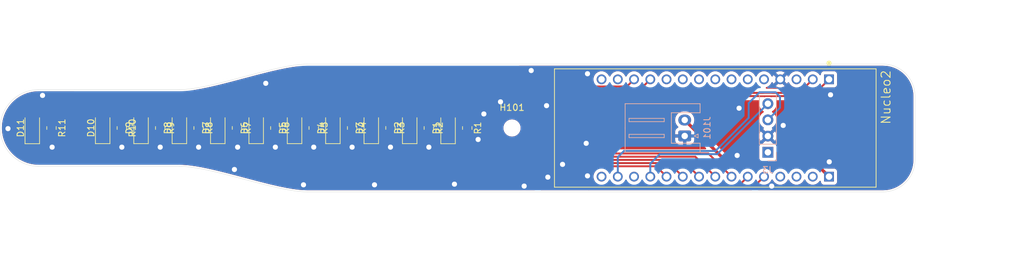
<source format=kicad_pcb>
(kicad_pcb (version 20241229) (generator "pcbnew") (generator_version "9.0")
  (layers (0 "F.Cu" signal) (2 "B.Cu" signal) (13 "F.Paste" user) (15 "B.Paste" user) (5 "F.SilkS" user "F.Silkscreen") (7 "B.SilkS" user "B.Silkscreen") (1 "F.Mask" user) (3 "B.Mask" user) (25 "Edge.Cuts" user))
  (net 0 "")
  (net 1 "Net-(D1-A)")
  (net 2 "GND")
  (net 3 "Net-(D2-A)")
  (net 4 "Net-(D3-A)")
  (net 5 "Net-(D4-A)")
  (net 6 "Net-(D5-A)")
  (net 7 "Net-(D6-A)")
  (net 8 "Net-(D7-A)")
  (net 9 "Net-(D8-A)")
  (net 10 "Net-(D9-A)")
  (net 11 "Net-(D10-A)")
  (net 12 "Net-(D11-A)")
  (net 13 "LED 1")
  (net 14 "LED 2")
  (net 15 "LED 3")
  (net 16 "LED 4")
  (net 17 "LED 5")
  (net 18 "LED 6")
  (net 19 "LED 7")
  (net 20 "LED 8")
  (net 21 "LED 9")
  (net 22 "LED 10")
  (net 23 "LED 11")
  (net 25 "DO")
  (net 26 "Alim Hall")
  (net 41 "+7.5V")
  (footprint "LED_SMD:LED_1206_3216Metric_Pad1.42x1.75mm_HandSolder" (layer "F.Cu") (at 114 69.9875 90)
    (property "Reference" "D2" (at 0 -1.83 90) (layer "F.SilkS"))
    (property "Value" "LED")
    (fp_line (start 1.6 -1.135) (end -2.46 -1.135) (stroke (width 0.12)) (layer "F.SilkS"))
    (fp_line (start -2.46 -1.135) (end -2.46 1.135) (stroke (width 0.12)) (layer "F.SilkS"))
    (fp_line (start -2.46 1.135) (end 1.6 1.135) (stroke (width 0.12)) (layer "F.SilkS"))
    (pad "1" smd roundrect (at -1.4875 0 90) (size 1.425 1.75) (layers "F.Cu" "F.Mask" "F.Paste") (roundrect_rratio 0.175439) (net 2 "GND"))
    (pad "2" smd roundrect (at 1.4875 0 90) (size 1.425 1.75) (layers "F.Cu" "F.Mask" "F.Paste") (roundrect_rratio 0.175439) (net 3 "Net-(D2-A)"))
  )
  (footprint "LED_SMD:LED_1206_3216Metric_Pad1.42x1.75mm_HandSolder" (layer "F.Cu") (at 102 69.9875 90)
    (property "Reference" "D4" (at 0 -1.83 90) (layer "F.SilkS"))
    (property "Value" "LED")
    (fp_line (start 1.6 -1.135) (end -2.46 -1.135) (stroke (width 0.12)) (layer "F.SilkS"))
    (fp_line (start -2.46 -1.135) (end -2.46 1.135) (stroke (width 0.12)) (layer "F.SilkS"))
    (fp_line (start -2.46 1.135) (end 1.6 1.135) (stroke (width 0.12)) (layer "F.SilkS"))
    (pad "1" smd roundrect (at -1.4875 0 90) (size 1.425 1.75) (layers "F.Cu" "F.Mask" "F.Paste") (roundrect_rratio 0.175439) (net 2 "GND"))
    (pad "2" smd roundrect (at 1.4875 0 90) (size 1.425 1.75) (layers "F.Cu" "F.Mask" "F.Paste") (roundrect_rratio 0.175439) (net 5 "Net-(D4-A)"))
  )
  (footprint "LED_SMD:LED_1206_3216Metric_Pad1.42x1.75mm_HandSolder" (layer "F.Cu") (at 66 69.9875 90)
    (property "Reference" "D10" (at 0 -1.83 90) (layer "F.SilkS"))
    (property "Value" "LED")
    (fp_line (start 1.6 -1.135) (end -2.46 -1.135) (stroke (width 0.12)) (layer "F.SilkS"))
    (fp_line (start -2.46 -1.135) (end -2.46 1.135) (stroke (width 0.12)) (layer "F.SilkS"))
    (fp_line (start -2.46 1.135) (end 1.6 1.135) (stroke (width 0.12)) (layer "F.SilkS"))
    (pad "1" smd roundrect (at -1.4875 0 90) (size 1.425 1.75) (layers "F.Cu" "F.Mask" "F.Paste") (roundrect_rratio 0.175439) (net 2 "GND"))
    (pad "2" smd roundrect (at 1.4875 0 90) (size 1.425 1.75) (layers "F.Cu" "F.Mask" "F.Paste") (roundrect_rratio 0.175439) (net 11 "Net-(D10-A)"))
  )
  (footprint "LED_SMD:LED_1206_3216Metric_Pad1.42x1.75mm_HandSolder" (layer "F.Cu") (at 84 69.9875 90)
    (property "Reference" "D7" (at 0 -1.83 90) (layer "F.SilkS"))
    (property "Value" "LED")
    (fp_line (start 1.6 -1.135) (end -2.46 -1.135) (stroke (width 0.12)) (layer "F.SilkS"))
    (fp_line (start -2.46 -1.135) (end -2.46 1.135) (stroke (width 0.12)) (layer "F.SilkS"))
    (fp_line (start -2.46 1.135) (end 1.6 1.135) (stroke (width 0.12)) (layer "F.SilkS"))
    (pad "1" smd roundrect (at -1.4875 0 90) (size 1.425 1.75) (layers "F.Cu" "F.Mask" "F.Paste") (roundrect_rratio 0.175439) (net 2 "GND"))
    (pad "2" smd roundrect (at 1.4875 0 90) (size 1.425 1.75) (layers "F.Cu" "F.Mask" "F.Paste") (roundrect_rratio 0.175439) (net 8 "Net-(D7-A)"))
  )
  (footprint "LED_SMD:LED_1206_3216Metric_Pad1.42x1.75mm_HandSolder" (layer "F.Cu") (at 78 69.9875 90)
    (property "Reference" "D8" (at 0 -1.83 90) (layer "F.SilkS"))
    (property "Value" "LED")
    (fp_line (start 1.6 -1.135) (end -2.46 -1.135) (stroke (width 0.12)) (layer "F.SilkS"))
    (fp_line (start -2.46 -1.135) (end -2.46 1.135) (stroke (width 0.12)) (layer "F.SilkS"))
    (fp_line (start -2.46 1.135) (end 1.6 1.135) (stroke (width 0.12)) (layer "F.SilkS"))
    (pad "1" smd roundrect (at -1.4875 0 90) (size 1.425 1.75) (layers "F.Cu" "F.Mask" "F.Paste") (roundrect_rratio 0.175439) (net 2 "GND"))
    (pad "2" smd roundrect (at 1.4875 0 90) (size 1.425 1.75) (layers "F.Cu" "F.Mask" "F.Paste") (roundrect_rratio 0.175439) (net 9 "Net-(D8-A)"))
  )
  (footprint "LED_SMD:LED_1206_3216Metric_Pad1.42x1.75mm_HandSolder" (layer "F.Cu") (at 120 70 90)
    (property "Reference" "D1" (at 0 -1.83 90) (layer "F.SilkS"))
    (property "Value" "LED")
    (fp_line (start 1.6 -1.135) (end -2.46 -1.135) (stroke (width 0.12)) (layer "F.SilkS"))
    (fp_line (start -2.46 -1.135) (end -2.46 1.135) (stroke (width 0.12)) (layer "F.SilkS"))
    (fp_line (start -2.46 1.135) (end 1.6 1.135) (stroke (width 0.12)) (layer "F.SilkS"))
    (pad "1" smd roundrect (at -1.4875 0 90) (size 1.425 1.75) (layers "F.Cu" "F.Mask" "F.Paste") (roundrect_rratio 0.175439) (net 2 "GND"))
    (pad "2" smd roundrect (at 1.4875 0 90) (size 1.425 1.75) (layers "F.Cu" "F.Mask" "F.Paste") (roundrect_rratio 0.175439) (net 1 "Net-(D1-A)"))
  )
  (footprint "Resistor_SMD:R_0805_2012Metric_Pad1.20x1.40mm_HandSolder" (layer "F.Cu") (at 69 70 -90)
    (property "Reference" "R10" (at 0 -1.65 90) (layer "F.SilkS"))
    (property "Value" "220")
    (fp_line (start -0.227064 0.735) (end 0.227064 0.735) (stroke (width 0.12)) (layer "F.SilkS"))
    (fp_line (start -0.227064 -0.735) (end 0.227064 -0.735) (stroke (width 0.12)) (layer "F.SilkS"))
    (pad "1" smd roundrect (at -1 0 270) (size 1.2 1.4) (layers "F.Cu" "F.Mask" "F.Paste") (roundrect_rratio 0.208333) (net 22 "LED 10"))
    (pad "2" smd roundrect (at 1 0 270) (size 1.2 1.4) (layers "F.Cu" "F.Mask" "F.Paste") (roundrect_rratio 0.208333) (net 11 "Net-(D10-A)"))
  )
  (footprint "LED_SMD:LED_1206_3216Metric_Pad1.42x1.75mm_HandSolder" (layer "F.Cu") (at 108 69.9875 90)
    (property "Reference" "D3" (at 0 -1.83 90) (layer "F.SilkS"))
    (property "Value" "LED")
    (fp_line (start 1.6 -1.135) (end -2.46 -1.135) (stroke (width 0.12)) (layer "F.SilkS"))
    (fp_line (start -2.46 -1.135) (end -2.46 1.135) (stroke (width 0.12)) (layer "F.SilkS"))
    (fp_line (start -2.46 1.135) (end 1.6 1.135) (stroke (width 0.12)) (layer "F.SilkS"))
    (pad "1" smd roundrect (at -1.4875 0 90) (size 1.425 1.75) (layers "F.Cu" "F.Mask" "F.Paste") (roundrect_rratio 0.175439) (net 2 "GND"))
    (pad "2" smd roundrect (at 1.4875 0 90) (size 1.425 1.75) (layers "F.Cu" "F.Mask" "F.Paste") (roundrect_rratio 0.175439) (net 4 "Net-(D3-A)"))
  )
  (footprint "Resistor_SMD:R_0805_2012Metric_Pad1.20x1.40mm_HandSolder" (layer "F.Cu") (at 99 70 -90)
    (property "Reference" "R5" (at 0 -1.65 90) (layer "F.SilkS"))
    (property "Value" "220")
    (fp_line (start -0.227064 0.735) (end 0.227064 0.735) (stroke (width 0.12)) (layer "F.SilkS"))
    (fp_line (start -0.227064 -0.735) (end 0.227064 -0.735) (stroke (width 0.12)) (layer "F.SilkS"))
    (pad "1" smd roundrect (at -1 0 270) (size 1.2 1.4) (layers "F.Cu" "F.Mask" "F.Paste") (roundrect_rratio 0.208333) (net 17 "LED 5"))
    (pad "2" smd roundrect (at 1 0 270) (size 1.2 1.4) (layers "F.Cu" "F.Mask" "F.Paste") (roundrect_rratio 0.208333) (net 6 "Net-(D5-A)"))
  )
  (footprint "Resistor_SMD:R_0805_2012Metric_Pad1.20x1.40mm_HandSolder" (layer "F.Cu") (at 93 70 -90)
    (property "Reference" "R6" (at 0 -1.65 90) (layer "F.SilkS"))
    (property "Value" "220")
    (fp_line (start -0.227064 0.735) (end 0.227064 0.735) (stroke (width 0.12)) (layer "F.SilkS"))
    (fp_line (start -0.227064 -0.735) (end 0.227064 -0.735) (stroke (width 0.12)) (layer "F.SilkS"))
    (pad "1" smd roundrect (at -1 0 270) (size 1.2 1.4) (layers "F.Cu" "F.Mask" "F.Paste") (roundrect_rratio 0.208333) (net 18 "LED 6"))
    (pad "2" smd roundrect (at 1 0 270) (size 1.2 1.4) (layers "F.Cu" "F.Mask" "F.Paste") (roundrect_rratio 0.208333) (net 7 "Net-(D6-A)"))
  )
  (footprint "Resistor_SMD:R_0805_2012Metric_Pad1.20x1.40mm_HandSolder" (layer "F.Cu") (at 123 70 -90)
    (property "Reference" "R1" (at 0 -1.65 90) (layer "F.SilkS"))
    (property "Value" "220")
    (fp_line (start -0.227064 0.735) (end 0.227064 0.735) (stroke (width 0.12)) (layer "F.SilkS"))
    (fp_line (start -0.227064 -0.735) (end 0.227064 -0.735) (stroke (width 0.12)) (layer "F.SilkS"))
    (pad "1" smd roundrect (at -1 0 270) (size 1.2 1.4) (layers "F.Cu" "F.Mask" "F.Paste") (roundrect_rratio 0.208333) (net 13 "LED 1"))
    (pad "2" smd roundrect (at 1 0 270) (size 1.2 1.4) (layers "F.Cu" "F.Mask" "F.Paste") (roundrect_rratio 0.208333) (net 1 "Net-(D1-A)"))
  )
  (footprint "Resistor_SMD:R_0805_2012Metric_Pad1.20x1.40mm_HandSolder" (layer "F.Cu") (at 58 70 -90)
    (property "Reference" "R11" (at 0 -1.65 90) (layer "F.SilkS"))
    (property "Value" "220")
    (fp_line (start -0.227064 0.735) (end 0.227064 0.735) (stroke (width 0.12)) (layer "F.SilkS"))
    (fp_line (start -0.227064 -0.735) (end 0.227064 -0.735) (stroke (width 0.12)) (layer "F.SilkS"))
    (pad "1" smd roundrect (at -1 0 270) (size 1.2 1.4) (layers "F.Cu" "F.Mask" "F.Paste") (roundrect_rratio 0.208333) (net 23 "LED 11"))
    (pad "2" smd roundrect (at 1 0 270) (size 1.2 1.4) (layers "F.Cu" "F.Mask" "F.Paste") (roundrect_rratio 0.208333) (net 12 "Net-(D11-A)"))
  )
  (footprint "Resistor_SMD:R_0805_2012Metric_Pad1.20x1.40mm_HandSolder" (layer "F.Cu") (at 105 70 -90)
    (property "Reference" "R4" (at 0 -1.65 90) (layer "F.SilkS"))
    (property "Value" "220")
    (fp_line (start -0.227064 0.735) (end 0.227064 0.735) (stroke (width 0.12)) (layer "F.SilkS"))
    (fp_line (start -0.227064 -0.735) (end 0.227064 -0.735) (stroke (width 0.12)) (layer "F.SilkS"))
    (pad "1" smd roundrect (at -1 0 270) (size 1.2 1.4) (layers "F.Cu" "F.Mask" "F.Paste") (roundrect_rratio 0.208333) (net 16 "LED 4"))
    (pad "2" smd roundrect (at 1 0 270) (size 1.2 1.4) (layers "F.Cu" "F.Mask" "F.Paste") (roundrect_rratio 0.208333) (net 5 "Net-(D4-A)"))
  )
  (footprint "Resistor_SMD:R_0805_2012Metric_Pad1.20x1.40mm_HandSolder" (layer "F.Cu") (at 75 70 -90)
    (property "Reference" "R9" (at 0 -1.65 90) (layer "F.SilkS"))
    (property "Value" "220")
    (fp_line (start -0.227064 0.735) (end 0.227064 0.735) (stroke (width 0.12)) (layer "F.SilkS"))
    (fp_line (start -0.227064 -0.735) (end 0.227064 -0.735) (stroke (width 0.12)) (layer "F.SilkS"))
    (pad "1" smd roundrect (at -1 0 270) (size 1.2 1.4) (layers "F.Cu" "F.Mask" "F.Paste") (roundrect_rratio 0.208333) (net 21 "LED 9"))
    (pad "2" smd roundrect (at 1 0 270) (size 1.2 1.4) (layers "F.Cu" "F.Mask" "F.Paste") (roundrect_rratio 0.208333) (net 10 "Net-(D9-A)"))
  )
  (footprint "MountingHole:MountingHole_2.2mm_M2" (layer "F.Cu") (at 130 70)
    (property "Reference" "H101" (at 0 -3.2 0) (layer "F.SilkS"))
    (property "Value" "MountingHole")
    (pad "" np_thru_hole circle (at 0 0) (size 2.2 2.2) (drill 2.2) (layers "*.Cu" "*.Mask"))
  )
  (footprint "Resistor_SMD:R_0805_2012Metric_Pad1.20x1.40mm_HandSolder" (layer "F.Cu") (at 111 69.9875 -90)
    (property "Reference" "R3" (at 0 -1.65 90) (layer "F.SilkS"))
    (property "Value" "220")
    (fp_line (start -0.227064 0.735) (end 0.227064 0.735) (stroke (width 0.12)) (layer "F.SilkS"))
    (fp_line (start -0.227064 -0.735) (end 0.227064 -0.735) (stroke (width 0.12)) (layer "F.SilkS"))
    (pad "1" smd roundrect (at -1 0 270) (size 1.2 1.4) (layers "F.Cu" "F.Mask" "F.Paste") (roundrect_rratio 0.208333) (net 15 "LED 3"))
    (pad "2" smd roundrect (at 1 0 270) (size 1.2 1.4) (layers "F.Cu" "F.Mask" "F.Paste") (roundrect_rratio 0.208333) (net 4 "Net-(D3-A)"))
  )
  (footprint "LED_SMD:LED_1206_3216Metric_Pad1.42x1.75mm_HandSolder" (layer "F.Cu") (at 72 69.9875 90)
    (property "Reference" "D9" (at 0 -1.83 90) (layer "F.SilkS"))
    (property "Value" "LED")
    (fp_line (start 1.6 -1.135) (end -2.46 -1.135) (stroke (width 0.12)) (layer "F.SilkS"))
    (fp_line (start -2.46 -1.135) (end -2.46 1.135) (stroke (width 0.12)) (layer "F.SilkS"))
    (fp_line (start -2.46 1.135) (end 1.6 1.135) (stroke (width 0.12)) (layer "F.SilkS"))
    (pad "1" smd roundrect (at -1.4875 0 90) (size 1.425 1.75) (layers "F.Cu" "F.Mask" "F.Paste") (roundrect_rratio 0.175439) (net 2 "GND"))
    (pad "2" smd roundrect (at 1.4875 0 90) (size 1.425 1.75) (layers "F.Cu" "F.Mask" "F.Paste") (roundrect_rratio 0.175439) (net 10 "Net-(D9-A)"))
  )
  (footprint "LED_SMD:LED_1206_3216Metric_Pad1.42x1.75mm_HandSolder" (layer "F.Cu") (at 55 70 90)
    (property "Reference" "D11" (at 0 -1.83 90) (layer "F.SilkS"))
    (property "Value" "LED")
    (fp_line (start 1.6 -1.135) (end -2.46 -1.135) (stroke (width 0.12)) (layer "F.SilkS"))
    (fp_line (start -2.46 -1.135) (end -2.46 1.135) (stroke (width 0.12)) (layer "F.SilkS"))
    (fp_line (start -2.46 1.135) (end 1.6 1.135) (stroke (width 0.12)) (layer "F.SilkS"))
    (pad "1" smd roundrect (at -1.4875 0 90) (size 1.425 1.75) (layers "F.Cu" "F.Mask" "F.Paste") (roundrect_rratio 0.175439) (net 2 "GND"))
    (pad "2" smd roundrect (at 1.4875 0 90) (size 1.425 1.75) (layers "F.Cu" "F.Mask" "F.Paste") (roundrect_rratio 0.175439) (net 12 "Net-(D11-A)"))
  )
  (footprint "Resistor_SMD:R_0805_2012Metric_Pad1.20x1.40mm_HandSolder" (layer "F.Cu") (at 117 70 -90)
    (property "Reference" "R2" (at 0 -1.65 90) (layer "F.SilkS"))
    (property "Value" "220")
    (fp_line (start -0.227064 0.735) (end 0.227064 0.735) (stroke (width 0.12)) (layer "F.SilkS"))
    (fp_line (start -0.227064 -0.735) (end 0.227064 -0.735) (stroke (width 0.12)) (layer "F.SilkS"))
    (pad "1" smd roundrect (at -1 0 270) (size 1.2 1.4) (layers "F.Cu" "F.Mask" "F.Paste") (roundrect_rratio 0.208333) (net 14 "LED 2"))
    (pad "2" smd roundrect (at 1 0 270) (size 1.2 1.4) (layers "F.Cu" "F.Mask" "F.Paste") (roundrect_rratio 0.208333) (net 3 "Net-(D2-A)"))
  )
  (footprint "LED_SMD:LED_1206_3216Metric_Pad1.42x1.75mm_HandSolder" (layer "F.Cu") (at 90 69.9875 90)
    (property "Reference" "D6" (at 0 -1.83 90) (layer "F.SilkS"))
    (property "Value" "LED")
    (fp_line (start 1.6 -1.135) (end -2.46 -1.135) (stroke (width 0.12)) (layer "F.SilkS"))
    (fp_line (start -2.46 -1.135) (end -2.46 1.135) (stroke (width 0.12)) (layer "F.SilkS"))
    (fp_line (start -2.46 1.135) (end 1.6 1.135) (stroke (width 0.12)) (layer "F.SilkS"))
    (pad "1" smd roundrect (at -1.4875 0 90) (size 1.425 1.75) (layers "F.Cu" "F.Mask" "F.Paste") (roundrect_rratio 0.175439) (net 2 "GND"))
    (pad "2" smd roundrect (at 1.4875 0 90) (size 1.425 1.75) (layers "F.Cu" "F.Mask" "F.Paste") (roundrect_rratio 0.175439) (net 7 "Net-(D6-A)"))
  )
  (footprint "Resistor_SMD:R_0805_2012Metric_Pad1.20x1.40mm_HandSolder" (layer "F.Cu") (at 81 70 -90)
    (property "Reference" "R8" (at 0 -1.65 90) (layer "F.SilkS"))
    (property "Value" "220")
    (fp_line (start -0.227064 0.735) (end 0.227064 0.735) (stroke (width 0.12)) (layer "F.SilkS"))
    (fp_line (start -0.227064 -0.735) (end 0.227064 -0.735) (stroke (width 0.12)) (layer "F.SilkS"))
    (pad "1" smd roundrect (at -1 0 270) (size 1.2 1.4) (layers "F.Cu" "F.Mask" "F.Paste") (roundrect_rratio 0.208333) (net 20 "LED 8"))
    (pad "2" smd roundrect (at 1 0 270) (size 1.2 1.4) (layers "F.Cu" "F.Mask" "F.Paste") (roundrect_rratio 0.208333) (net 9 "Net-(D8-A)"))
  )
  (footprint "LED_SMD:LED_1206_3216Metric_Pad1.42x1.75mm_HandSolder" (layer "F.Cu") (at 96 69.9875 90)
    (property "Reference" "D5" (at 0 -1.83 90) (layer "F.SilkS"))
    (property "Value" "LED")
    (fp_line (start 1.6 -1.135) (end -2.46 -1.135) (stroke (width 0.12)) (layer "F.SilkS"))
    (fp_line (start -2.46 -1.135) (end -2.46 1.135) (stroke (width 0.12)) (layer "F.SilkS"))
    (fp_line (start -2.46 1.135) (end 1.6 1.135) (stroke (width 0.12)) (layer "F.SilkS"))
    (pad "1" smd roundrect (at -1.4875 0 90) (size 1.425 1.75) (layers "F.Cu" "F.Mask" "F.Paste") (roundrect_rratio 0.175439) (net 2 "GND"))
    (pad "2" smd roundrect (at 1.4875 0 90) (size 1.425 1.75) (layers "F.Cu" "F.Mask" "F.Paste") (roundrect_rratio 0.175439) (net 6 "Net-(D5-A)"))
  )
  (footprint "Maker_librairy:MODULE_NUCLEO-F303K8" (layer "F.Cu") (at 161.78 70 -90)
    (property "Reference" "Nucleo2" (at -4.81314 -26.68421 90) (layer "F.SilkS") (effects (font (size 1.402378 1.402378))))
    (property "Value" "~")
    (fp_line (start -9.27 25.145) (end -9.27 -25.145) (stroke (width 0.127)) (layer "F.SilkS"))
    (fp_line (start 9.27 25.145) (end -9.27 25.145) (stroke (width 0.127)) (layer "F.SilkS"))
    (fp_line (start -9.27 -25.145) (end 9.27 -25.145) (stroke (width 0.127)) (layer "F.SilkS"))
    (fp_line (start 9.27 -25.145) (end 9.27 25.145) (stroke (width 0.127)) (layer "F.SilkS"))
    (fp_circle (center -10.16 -17.78) (end -9.96 -17.78) (stroke (width 0.4)) (fill no) (layer "F.SilkS"))
    (pad "3_1" thru_hole rect (at -7.62 -17.78 270) (size 1.53 1.53) (drill 1.02) (layers "*.Cu" "*.Mask") (net 20 "LED 8"))
    (pad "3_2" thru_hole circle (at -7.62 -15.24 270) (size 1.53 1.53) (drill 1.02) (layers "*.Cu" "*.Mask") (net 21 "LED 9"))
    (pad "3_3" thru_hole circle (at -7.62 -12.7 270) (size 1.53 1.53) (drill 1.02) (layers "*.Cu" "*.Mask"))
    (pad "3_4" thru_hole circle (at -7.62 -10.16 270) (size 1.53 1.53) (drill 1.02) (layers "*.Cu" "*.Mask") (net 2 "GND"))
    (pad "3_5" thru_hole circle (at -7.62 -7.62 270) (size 1.53 1.53) (drill 1.02) (layers "*.Cu" "*.Mask"))
    (pad "3_6" thru_hole circle (at -7.62 -5.08 270) (size 1.53 1.53) (drill 1.02) (layers "*.Cu" "*.Mask"))
    (pad "3_7" thru_hole circle (at -7.62 -2.54 270) (size 1.53 1.53) (drill 1.02) (layers "*.Cu" "*.Mask"))
    (pad "3_8" thru_hole circle (at -7.62 0 270) (size 1.53 1.53) (drill 1.02) (layers "*.Cu" "*.Mask"))
    (pad "3_9" thru_hole circle (at -7.62 2.54 270) (size 1.53 1.53) (drill 1.02) (layers "*.Cu" "*.Mask"))
    (pad "3_10" thru_hole circle (at -7.62 5.08 270) (size 1.53 1.53) (drill 1.02) (layers "*.Cu" "*.Mask"))
    (pad "3_11" thru_hole circle (at -7.62 7.62 270) (size 1.53 1.53) (drill 1.02) (layers "*.Cu" "*.Mask"))
    (pad "3_12" thru_hole circle (at -7.62 10.16 270) (size 1.53 1.53) (drill 1.02) (layers "*.Cu" "*.Mask") (net 22 "LED 10"))
    (pad "3_13" thru_hole circle (at -7.62 12.7 270) (size 1.53 1.53) (drill 1.02) (layers "*.Cu" "*.Mask") (net 23 "LED 11"))
    (pad "3_14" thru_hole circle (at -7.62 15.24 270) (size 1.53 1.53) (drill 1.02) (layers "*.Cu" "*.Mask"))
    (pad "3_15" thru_hole circle (at -7.62 17.78 270) (size 1.53 1.53) (drill 1.02) (layers "*.Cu" "*.Mask"))
    (pad "4_1" thru_hole rect (at 7.62 -17.78 270) (size 1.53 1.53) (drill 1.02) (layers "*.Cu" "*.Mask") (net 41 "+7.5V"))
    (pad "4_2" thru_hole circle (at 7.62 -15.24 270) (size 1.53 1.53) (drill 1.02) (layers "*.Cu" "*.Mask"))
    (pad "4_3" thru_hole circle (at 7.62 -12.7 270) (size 1.53 1.53) (drill 1.02) (layers "*.Cu" "*.Mask"))
    (pad "4_4" thru_hole circle (at 7.62 -10.16 270) (size 1.53 1.53) (drill 1.02) (layers "*.Cu" "*.Mask"))
    (pad "4_5" thru_hole circle (at 7.62 -7.62 270) (size 1.53 1.53) (drill 1.02) (layers "*.Cu" "*.Mask") (net 13 "LED 1"))
    (pad "4_6" thru_hole circle (at 7.62 -5.08 270) (size 1.53 1.53) (drill 1.02) (layers "*.Cu" "*.Mask") (net 14 "LED 2"))
    (pad "4_7" thru_hole circle (at 7.62 -2.54 270) (size 1.53 1.53) (drill 1.02) (layers "*.Cu" "*.Mask") (net 19 "LED 7"))
    (pad "4_8" thru_hole circle (at 7.62 0 270) (size 1.53 1.53) (drill 1.02) (layers "*.Cu" "*.Mask") (net 18 "LED 6"))
    (pad "4_9" thru_hole circle (at 7.62 2.54 270) (size 1.53 1.53) (drill 1.02) (layers "*.Cu" "*.Mask") (net 17 "LED 5"))
    (pad "4_10" thru_hole circle (at 7.62 5.08 270) (size 1.53 1.53) (drill 1.02) (layers "*.Cu" "*.Mask") (net 16 "LED 4"))
    (pad "4_11" thru_hole circle (at 7.62 7.62 270) (size 1.53 1.53) (drill 1.02) (layers "*.Cu" "*.Mask") (net 15 "LED 3"))
    (pad "4_12" thru_hole circle (at 7.62 10.16 270) (size 1.53 1.53) (drill 1.02) (layers "*.Cu" "*.Mask") (net 25 "DO"))
    (pad "4_13" thru_hole circle (at 7.62 12.7 270) (size 1.53 1.53) (drill 1.02) (layers "*.Cu" "*.Mask"))
    (pad "4_14" thru_hole circle (at 7.62 15.24 270) (size 1.53 1.53) (drill 1.02) (layers "*.Cu" "*.Mask") (net 26 "Alim Hall"))
    (pad "4_15" thru_hole circle (at 7.62 17.78 270) (size 1.53 1.53) (drill 1.02) (layers "*.Cu" "*.Mask"))
  )
  (footprint "Resistor_SMD:R_0805_2012Metric_Pad1.20x1.40mm_HandSolder" (layer "F.Cu") (at 87 69.9875 -90)
    (property "Reference" "R7" (at 0 -1.65 90) (layer "F.SilkS"))
    (property "Value" "220")
    (fp_line (start -0.227064 0.735) (end 0.227064 0.735) (stroke (width 0.12)) (layer "F.SilkS"))
    (fp_line (start -0.227064 -0.735) (end 0.227064 -0.735) (stroke (width 0.12)) (layer "F.SilkS"))
    (pad "1" smd roundrect (at -1 0 270) (size 1.2 1.4) (layers "F.Cu" "F.Mask" "F.Paste") (roundrect_rratio 0.208333) (net 19 "LED 7"))
    (pad "2" smd roundrect (at 1 0 270) (size 1.2 1.4) (layers "F.Cu" "F.Mask" "F.Paste") (roundrect_rratio 0.208333) (net 8 "Net-(D7-A)"))
  )
  (footprint "Connector_JST:JST_XH_S2B-XH-A_1x02_P2.50mm_Horizontal" (layer "B.Cu") (at 157 71.25 90)
    (property "Reference" "J101" (at 1.25 3.51 90) (layer "B.SilkS") (effects (justify mirror)))
    (property "Value" "Conn_01x02")
    (fp_line (start 5.06 -9.31) (end 5.06 2.41) (stroke (width 0.12)) (layer "B.SilkS"))
    (fp_line (start 1.25 -9.31) (end 5.06 -9.31) (stroke (width 0.12)) (layer "B.SilkS"))
    (fp_line (start 1.25 -9.31) (end -2.56 -9.31) (stroke (width 0.12)) (layer "B.SilkS"))
    (fp_line (start -2.56 -9.31) (end -2.56 2.41) (stroke (width 0.12)) (layer "B.SilkS"))
    (fp_line (start 2.75 -8.7) (end 2.75 -3.2) (stroke (width 0.12)) (layer "B.SilkS"))
    (fp_line (start 2.25 -8.7) (end 2.75 -8.7) (stroke (width 0.12)) (layer "B.SilkS"))
    (fp_line (start 0.25 -8.7) (end 0.25 -3.2) (stroke (width 0.12)) (layer "B.SilkS"))
    (fp_line (start -0.25 -8.7) (end 0.25 -8.7) (stroke (width 0.12)) (layer "B.SilkS"))
    (fp_line (start 2.75 -3.2) (end 2.25 -3.2) (stroke (width 0.12)) (layer "B.SilkS"))
    (fp_line (start 2.25 -3.2) (end 2.25 -8.7) (stroke (width 0.12)) (layer "B.SilkS"))
    (fp_line (start 0.25 -3.2) (end -0.25 -3.2) (stroke (width 0.12)) (layer "B.SilkS"))
    (fp_line (start -0.25 -3.2) (end -0.25 -8.7) (stroke (width 0.12)) (layer "B.SilkS"))
    (fp_line (start 3.64 -2.09) (end 1.25 -2.09) (stroke (width 0.12)) (layer "B.SilkS"))
    (fp_line (start -1.14 -2.09) (end 1.25 -2.09) (stroke (width 0.12)) (layer "B.SilkS"))
    (fp_line (start 0 1.5) (end -0.3 2.1) (stroke (width 0.12)) (layer "B.SilkS"))
    (fp_line (start 0.3 2.1) (end 0 1.5) (stroke (width 0.12)) (layer "B.SilkS"))
    (fp_line (start -0.3 2.1) (end 0.3 2.1) (stroke (width 0.12)) (layer "B.SilkS"))
    (fp_line (start 5.06 2.41) (end 3.64 2.41) (stroke (width 0.12)) (layer "B.SilkS"))
    (fp_line (start 3.64 2.41) (end 3.64 -2.09) (stroke (width 0.12)) (layer "B.SilkS"))
    (fp_line (start -1.14 2.41) (end -1.14 -2.09) (stroke (width 0.12)) (layer "B.SilkS"))
    (fp_line (start -2.56 2.41) (end -1.14 2.41) (stroke (width 0.12)) (layer "B.SilkS"))
    (pad "1" thru_hole roundrect (at 0 0 90) (size 1.7 2) (drill 1) (layers "*.Cu" "*.Mask") (roundrect_rratio 0.147059) (net 2 "GND"))
    (pad "2" thru_hole oval (at 2.5 0 90) (size 1.7 2) (drill 1) (layers "*.Cu" "*.Mask") (net 41 "+7.5V"))
  )
  (footprint "Connector_PinSocket_2.54mm:PinSocket_1x04_P2.54mm_Vertical" (layer "B.Cu") (at 170 73.81)
    (property "Reference" "J3" (at 0 2.77 0) (layer "B.SilkS") (effects (justify mirror)))
    (property "Value" "Conn_01x04_Socket")
    (fp_line (start -1.33 -8.95) (end 1.33 -8.95) (stroke (width 0.12)) (layer "B.SilkS"))
    (fp_line (start -1.33 -1.27) (end -1.33 -8.95) (stroke (width 0.12)) (layer "B.SilkS"))
    (fp_line (start -1.33 -1.27) (end 1.33 -1.27) (stroke (width 0.12)) (layer "B.SilkS"))
    (fp_line (start 0 1.33) (end 1.33 1.33) (stroke (width 0.12)) (layer "B.SilkS"))
    (fp_line (start 1.33 -1.27) (end 1.33 -8.95) (stroke (width 0.12)) (layer "B.SilkS"))
    (fp_line (start 1.33 1.33) (end 1.33 0) (stroke (width 0.12)) (layer "B.SilkS"))
    (pad "1" thru_hole rect (at 0 0) (size 1.7 1.7) (drill 1) (layers "*.Cu" "*.Mask"))
    (pad "2" thru_hole circle (at 0 -2.54) (size 1.7 1.7) (drill 1) (layers "*.Cu" "*.Mask") (net 2 "GND"))
    (pad "3" thru_hole circle (at 0 -5.08) (size 1.7 1.7) (drill 1) (layers "*.Cu" "*.Mask") (net 26 "Alim Hall"))
    (pad "4" thru_hole circle (at 0 -7.62) (size 1.7 1.7) (drill 1) (layers "*.Cu" "*.Mask") (net 25 "DO"))
  )
  (gr_arc (start 56 76) (mid 50 70) (end 56 64) (stroke (width 0.05)) (layer "Edge.Cuts"))
  (gr_arc (start 193 75) (mid 191.535534 78.535534) (end 188 80) (stroke (width 0.05)) (layer "Edge.Cuts"))
  (gr_line (start 188 80) (end 98 80) (stroke (width 0.05)) (layer "Edge.Cuts"))
  (gr_curve (pts (xy 98 80) (xy 93 80) (xy 83 76) (xy 78 76)) (stroke (width 0.05)) (layer "Edge.Cuts"))
  (gr_curve (pts (xy 98 60) (xy 93 60) (xy 83 64) (xy 78 64)) (stroke (width 0.05)) (layer "Edge.Cuts"))
  (gr_line (start 56 64) (end 78 64) (stroke (width 0.05)) (layer "Edge.Cuts"))
  (gr_line (start 188 60.000001) (end 98 60) (stroke (width 0.05)) (layer "Edge.Cuts"))
  (gr_line (start 56 76) (end 78 76) (stroke (width 0.05)) (layer "Edge.Cuts"))
  (gr_arc (start 188 60) (mid 191.535534 61.464466) (end 193 65) (stroke (width 0.05)) (layer "Edge.Cuts"))
  (gr_line (start 193 65) (end 193 75) (stroke (width 0.05)) (layer "Edge.Cuts"))
  (segment (start 123 71) (end 120 68) (width 0.3) (layer "F.Cu") (net 1))
  (via (at 75 73) (size 1.2) (drill 0.8) (layers "F.Cu" "B.Cu") (net 2))
  (via (at 51.2 70.1) (size 1.2) (drill 0.8) (layers "F.Cu" "B.Cu") (net 2))
  (via (at 165.5 66.9) (size 1.2) (drill 0.8) (layers "F.Cu" "B.Cu") (net 2))
  (via (at 93 73) (size 1.2) (drill 0.8) (layers "F.Cu" "B.Cu") (net 2))
  (via (at 141.8 61.5) (size 1.2) (drill 0.8) (layers "F.Cu" "B.Cu") (net 2))
  (via (at 97.4 78.9) (size 1.2) (drill 0.8) (layers "F.Cu" "B.Cu") (net 2))
  (via (at 81 73) (size 1.2) (drill 0.8) (layers "F.Cu" "B.Cu") (net 2))
  (via (at 58.1 73) (size 1.2) (drill 0.8) (layers "F.Cu" "B.Cu") (net 2))
  (via (at 131.9 79.1) (size 1.2) (drill 0.8) (layers "F.Cu" "B.Cu") (net 2))
  (via (at 69 73) (size 1.2) (drill 0.8) (layers "F.Cu" "B.Cu") (net 2))
  (via (at 56.6 64.9) (size 1.2) (drill 0.8) (layers "F.Cu" "B.Cu") (net 2))
  (via (at 135.4 66.5) (size 1.2) (drill 0.8) (layers "F.Cu" "B.Cu") (net 2))
  (via (at 125.6 67.8) (size 1.2) (drill 0.8) (layers "F.Cu" "B.Cu") (net 2))
  (via (at 179.6 75.3) (size 1.2) (drill 0.8) (layers "F.Cu" "B.Cu") (net 2))
  (via (at 179.8 64.8) (size 1.2) (drill 0.8) (layers "F.Cu" "B.Cu") (net 2))
  (via (at 99 73) (size 1.2) (drill 0.8) (layers "F.Cu" "B.Cu") (net 2))
  (via (at 105 73) (size 1.2) (drill 0.8) (layers "F.Cu" "B.Cu") (net 2))
  (via (at 87.1 73) (size 1.2) (drill 0.8) (layers "F.Cu" "B.Cu") (net 2))
  (via (at 137.9 75.7) (size 1.2) (drill 0.8) (layers "F.Cu" "B.Cu") (net 2))
  (via (at 91.5 63) (size 1.2) (drill 0.8) (layers "F.Cu" "B.Cu") (net 2))
  (via (at 135.6 77.7) (size 1.2) (drill 0.8) (layers "F.Cu" "B.Cu") (net 2))
  (via (at 165.2 74.3) (size 1.2) (drill 0.8) (layers "F.Cu" "B.Cu") (net 2))
  (via (at 170.6 79.1) (size 1.2) (drill 0.8) (layers "F.Cu" "B.Cu") (net 2))
  (via (at 128.2 65.9) (size 1.2) (drill 0.8) (layers "F.Cu" "B.Cu") (net 2))
  (via (at 86.6 76.5) (size 1.2) (drill 0.8) (layers "F.Cu" "B.Cu") (net 2))
  (via (at 117 73) (size 1.2) (drill 0.8) (layers "F.Cu" "B.Cu") (net 2))
  (via (at 141.8 77.5) (size 1.2) (drill 0.8) (layers "F.Cu" "B.Cu") (net 2))
  (via (at 111 73) (size 1.2) (drill 0.8) (layers "F.Cu" "B.Cu") (net 2))
  (via (at 124.7 71.8) (size 1.2) (drill 0.8) (layers "F.Cu" "B.Cu") (net 2))
  (via (at 141.6 72.4) (size 1.2) (drill 0.8) (layers "F.Cu" "B.Cu") (net 2))
  (via (at 121 78.8) (size 1.2) (drill 0.8) (layers "F.Cu" "B.Cu") (net 2))
  (via (at 108.5 78.9) (size 1.2) (drill 0.8) (layers "F.Cu" "B.Cu") (net 2))
  (via (at 133 61) (size 1.2) (drill 0.8) (layers "F.Cu" "B.Cu") (net 2))
  (via (at 172.4 69.6) (size 1.2) (drill 0.8) (layers "F.Cu" "B.Cu") (net 2))
  (segment (start 117 71) (end 114 68) (width 0.3) (layer "F.Cu") (net 3))
  (segment (start 111 70.9875) (end 108 67.9875) (width 0.3) (layer "F.Cu") (net 4))
  (segment (start 105 71) (end 102 68) (width 0.3) (layer "F.Cu") (net 5))
  (segment (start 99 71) (end 96 68) (width 0.3) (layer "F.Cu") (net 6))
  (segment (start 93 71) (end 90 68) (width 0.3) (layer "F.Cu") (net 7))
  (segment (start 87 70.9875) (end 84 67.9875) (width 0.3) (layer "F.Cu") (net 8))
  (segment (start 81 71) (end 78 68) (width 0.3) (layer "F.Cu") (net 9))
  (segment (start 75 71) (end 72 68) (width 0.3) (layer "F.Cu") (net 10))
  (segment (start 69 71) (end 66 68) (width 0.3) (layer "F.Cu") (net 11))
  (segment (start 58 71) (end 55 68) (width 0.3) (layer "F.Cu") (net 12))
  (segment (start 169.4 77.62) (end 167.421026 79.598974) (width 0.3) (layer "F.Cu") (net 13))
  (segment (start 167.421026 79.598974) (end 142 79.598985) (width 0.3) (layer "F.Cu") (net 13))
  (segment (start 134.598985 79.598985) (end 124 69) (width 0.3) (layer "F.Cu") (net 13))
  (segment (start 142 79.598985) (end 134.598985 79.598985) (width 0.3) (layer "F.Cu") (net 13))
  (segment (start 124 69) (end 123 69) (width 0.3) (layer "F.Cu") (net 13))
  (segment (start 124.2 66) (end 123.4 65.2) (width 0.3) (layer "F.Cu") (net 14))
  (segment (start 124.2 68.49148) (end 124.2 66) (width 0.3) (layer "F.Cu") (net 14))
  (segment (start 166.86 77.62) (end 165.382025 79.097975) (width 0.3) (layer "F.Cu") (net 14))
  (segment (start 143 79.097984) (end 134.806504 79.097984) (width 0.3) (layer "F.Cu") (net 14))
  (segment (start 123.4 65.2) (end 117.6 65.2) (width 0.3) (layer "F.Cu") (net 14))
  (segment (start 117.6 65.2) (end 117 65.8) (width 0.3) (layer "F.Cu") (net 14))
  (segment (start 165.382025 79.097975) (end 143 79.097984) (width 0.3) (layer "F.Cu") (net 14))
  (segment (start 134.806504 79.097984) (end 124.2 68.49148) (width 0.3) (layer "F.Cu") (net 14))
  (segment (start 117 65.8) (end 117 69) (width 0.3) (layer "F.Cu") (net 14))
  (segment (start 111 65.6) (end 111 68.9875) (width 0.3) (layer "F.Cu") (net 15))
  (segment (start 152.54 76) (end 140 76) (width 0.3) (layer "F.Cu") (net 15))
  (segment (start 140 76) (end 128.699 64.699) (width 0.3) (layer "F.Cu") (net 15))
  (segment (start 154.16 77.62) (end 152.54 76) (width 0.3) (layer "F.Cu") (net 15))
  (segment (start 128.699 64.699) (end 111.901 64.699) (width 0.3) (layer "F.Cu") (net 15))
  (segment (start 111.901 64.699) (end 111 65.6) (width 0.3) (layer "F.Cu") (net 15))
  (segment (start 106.002 64.198) (end 105 65.2) (width 0.3) (layer "F.Cu") (net 16))
  (segment (start 128.90652 64.198) (end 106.002 64.198) (width 0.3) (layer "F.Cu") (net 16))
  (segment (start 105 65.2) (end 105 69) (width 0.3) (layer "F.Cu") (net 16))
  (segment (start 140.20752 75.499) (end 128.90652 64.198) (width 0.3) (layer "F.Cu") (net 16))
  (segment (start 154.579 75.499) (end 140.20752 75.499) (width 0.3) (layer "F.Cu") (net 16))
  (segment (start 156.7 77.62) (end 154.579 75.499) (width 0.3) (layer "F.Cu") (net 16))
  (segment (start 99 64.4) (end 99 69) (width 0.3) (layer "F.Cu") (net 17))
  (segment (start 156.618 74.998) (end 140.41504 74.998) (width 0.3) (layer "F.Cu") (net 17))
  (segment (start 140.41504 74.998) (end 129.11404 63.697) (width 0.3) (layer "F.Cu") (net 17))
  (segment (start 129.11404 63.697) (end 99.703 63.697) (width 0.3) (layer "F.Cu") (net 17))
  (segment (start 99.703 63.697) (end 99 64.4) (width 0.3) (layer "F.Cu") (net 17))
  (segment (start 159.24 77.62) (end 156.618 74.998) (width 0.3) (layer "F.Cu") (net 17))
  (segment (start 158.657 74.497) (end 161.78 77.62) (width 0.3) (layer "F.Cu") (net 18))
  (segment (start 98.499 64.19248) (end 99.495479 63.196) (width 0.3) (layer "F.Cu") (net 18))
  (segment (start 93 69) (end 95 67) (width 0.3) (layer "F.Cu") (net 18))
  (segment (start 129.32156 63.196) (end 140.62256 74.497) (width 0.3) (layer "F.Cu") (net 18))
  (segment (start 99.495479 63.196) (end 129.32156 63.196) (width 0.3) (layer "F.Cu") (net 18))
  (segment (start 140.62256 74.497) (end 158.657 74.497) (width 0.3) (layer "F.Cu") (net 18))
  (segment (start 98.499 66.001) (end 98.499 64.19248) (width 0.3) (layer "F.Cu") (net 18))
  (segment (start 97.5 67) (end 98.499 66.001) (width 0.3) (layer "F.Cu") (net 18))
  (segment (start 95 67) (end 97.5 67) (width 0.3) (layer "F.Cu") (net 18))
  (segment (start 160.696 73.996) (end 140.83008 73.996) (width 0.3) (layer "F.Cu") (net 19))
  (segment (start 97.29248 66.499) (end 94.501 66.499) (width 0.3) (layer "F.Cu") (net 19))
  (segment (start 140.83008 73.996) (end 129.52908 62.695) (width 0.3) (layer "F.Cu") (net 19))
  (segment (start 97.998 63.98496) (end 97.998 65.79348) (width 0.3) (layer "F.Cu") (net 19))
  (segment (start 164.32 77.62) (end 160.696 73.996) (width 0.3) (layer "F.Cu") (net 19))
  (segment (start 88.9875 67) (end 87 68.9875) (width 0.3) (layer "F.Cu") (net 19))
  (segment (start 129.52908 62.695) (end 99.287957 62.695) (width 0.3) (layer "F.Cu") (net 19))
  (segment (start 97.998 65.79348) (end 97.29248 66.499) (width 0.3) (layer "F.Cu") (net 19))
  (segment (start 99.287957 62.695) (end 97.998 63.98496) (width 0.3) (layer "F.Cu") (net 19))
  (segment (start 94 67) (end 88.9875 67) (width 0.3) (layer "F.Cu") (net 19))
  (segment (start 94.501 66.499) (end 94 67) (width 0.3) (layer "F.Cu") (net 19))
  (segment (start 176.94 65) (end 179.56 62.38) (width 0.3) (layer "F.Cu") (net 20))
  (segment (start 83.568905 66.431095) (end 83.63781 66.5) (width 0.3) (layer "F.Cu") (net 20))
  (segment (start 132.5426 65) (end 169.491528 65) (width 0.3) (layer "F.Cu") (net 20))
  (segment (start 99.080439 62.194) (end 129.7366 62.194) (width 0.3) (layer "F.Cu") (net 20))
  (segment (start 83.63781 66.5) (end 93.79148 66.5) (width 0.3) (layer "F.Cu") (net 20))
  (segment (start 169.491528 65) (end 169.502529 64.989) (width 0.3) (layer "F.Cu") (net 20))
  (segment (start 169.502529 64.989) (end 170.497471 64.989) (width 0.3) (layer "F.Cu") (net 20))
  (segment (start 97.08496 65.998) (end 97.497 65.58596) (width 0.3) (layer "F.Cu") (net 20))
  (segment (start 170.497471 64.989) (end 170.508472 65.000001) (width 0.3) (layer "F.Cu") (net 20))
  (segment (start 81 69) (end 83.568905 66.431095) (width 0.3) (layer "F.Cu") (net 20))
  (segment (start 97.497 63.777439) (end 99.080439 62.194) (width 0.3) (layer "F.Cu") (net 20))
  (segment (start 97.497 65.58596) (end 97.497 63.777439) (width 0.3) (layer "F.Cu") (net 20))
  (segment (start 94.145739 66.14574) (end 94.29348 65.998) (width 0.3) (layer "F.Cu") (net 20))
  (segment (start 129.7366 62.194) (end 132.5426 65) (width 0.3) (layer "F.Cu") (net 20))
  (segment (start 170.508472 65.000001) (end 176.94 65) (width 0.3) (layer "F.Cu") (net 20))
  (segment (start 94.29348 65.998) (end 97.08496 65.998) (width 0.3) (layer "F.Cu") (net 20))
  (segment (start 93.79148 66.5) (end 94.145739 66.14574) (width 0.3) (layer "F.Cu") (net 20))
  (segment (start 170.715992 64.499) (end 170.704991 64.488) (width 0.3) (layer "F.Cu") (net 21))
  (segment (start 94.085959 65.497) (end 93.602864 65.980095) (width 0.3) (layer "F.Cu") (net 21))
  (segment (start 174.901 64.499) (end 170.715992 64.499) (width 0.3) (layer "F.Cu") (net 21))
  (segment (start 96.996 65.004) (end 96.503 65.497) (width 0.3) (layer "F.Cu") (net 21))
  (segment (start 77 67) (end 82 67) (width 0.3) (layer "F.Cu") (net 21))
  (segment (start 96.503 65.497) (end 94.085959 65.497) (width 0.3) (layer "F.Cu") (net 21))
  (segment (start 93.602864 65.980095) (end 90.480095 65.980095) (width 0.3) (layer "F.Cu") (net 21))
  (segment (start 177.02 62.38) (end 174.901 64.499) (width 0.3) (layer "F.Cu") (net 21))
  (segment (start 170.704991 64.488) (end 169.295009 64.488) (width 0.3) (layer "F.Cu") (net 21))
  (segment (start 75 69) (end 77 67) (width 0.3) (layer "F.Cu") (net 21))
  (segment (start 169.295009 64.488) (end 169.284008 64.499) (width 0.3) (layer "F.Cu") (net 21))
  (segment (start 83.019905 65.980095) (end 90.480095 65.980095) (width 0.3) (layer "F.Cu") (net 21))
  (segment (start 82 67) (end 83.019905 65.980095) (width 0.3) (layer "F.Cu") (net 21))
  (segment (start 98.872918 61.693) (end 96.996 63.569918) (width 0.3) (layer "F.Cu") (net 21))
  (segment (start 169.284008 64.499) (end 132.75012 64.499) (width 0.3) (layer "F.Cu") (net 21))
  (segment (start 132.75012 64.499) (end 129.94412 61.693) (width 0.3) (layer "F.Cu") (net 21))
  (segment (start 129.94412 61.693) (end 98.872918 61.693) (width 0.3) (layer "F.Cu") (net 21))
  (segment (start 96.996 63.569918) (end 96.996 65.004) (width 0.3) (layer "F.Cu") (net 21))
  (segment (start 90.480095 65.980095) (end 90.5 66) (width 0.2) (layer "F.Cu") (net 21))
  (segment (start 97.682439 61.192) (end 104.5 61.192) (width 0.3) (layer "F.Cu") (net 22))
  (segment (start 71.5 66.5) (end 81.5 66.5) (width 0.3) (layer "F.Cu") (net 22))
  (segment (start 151.62 62.38) (end 150.003 63.997) (width 0.3) (layer "F.Cu") (net 22))
  (segment (start 103.7 61.192) (end 103.4 61.192) (width 0.3) (layer "F.Cu") (net 22))
  (segment (start 141.199 63.998) (end 132.95764 63.998) (width 0.3) (layer "F.Cu") (net 22))
  (segment (start 141.2 63.997) (end 140.997 63.997) (width 0.3) (layer "F.Cu") (net 22))
  (segment (start 69 69) (end 71.5 66.5) (width 0.3) (layer "F.Cu") (net 22))
  (segment (start 150.003 63.997) (end 141.2 63.997) (width 0.3) (layer "F.Cu") (net 22))
  (segment (start 141.2 63.997) (end 141.199 63.998) (width 0.3) (layer "F.Cu") (net 22))
  (segment (start 82.562781 65.437219) (end 93.43722 65.437219) (width 0.3) (layer "F.Cu") (net 22))
  (segment (start 130.15164 61.192) (end 104.5 61.192) (width 0.3) (layer "F.Cu") (net 22))
  (segment (start 93.43722 65.437219) (end 97.682439 61.192) (width 0.3) (layer "F.Cu") (net 22))
  (segment (start 132.95764 63.998) (end 130.15164 61.192) (width 0.3) (layer "F.Cu") (net 22))
  (segment (start 81.5 66.5) (end 82.562781 65.437219) (width 0.3) (layer "F.Cu") (net 22))
  (segment (start 104.5 61.192) (end 103.7 61.192) (width 0.3) (layer "F.Cu") (net 22))
  (segment (start 93.2297 64.936219) (end 97.474919 60.691) (width 0.3) (layer "F.Cu") (net 23))
  (segment (start 97.474919 60.691) (end 130.35916 60.691) (width 0.3) (layer "F.Cu") (net 23))
  (segment (start 130.35916 60.691) (end 133.16416 63.496) (width 0.3) (layer "F.Cu") (net 23))
  (segment (start 133.16416 63.496) (end 147.964 63.496) (width 0.3) (layer "F.Cu") (net 23))
  (segment (start 58 69) (end 62.063781 64.936219) (width 0.3) (layer "F.Cu") (net 23))
  (segment (start 62.063781 64.936219) (end 93.2297 64.936219) (width 0.3) (layer "F.Cu") (net 23))
  (segment (start 147.964 63.496) (end 149.08 62.38) (width 0.3) (layer "F.Cu") (net 23))
  (segment (start 151.62 75.58) (end 151.62 77.62) (width 0.3) (layer "B.Cu") (net 25))
  (segment (start 153.1 74.1) (end 151.62 75.58) (width 0.3) (layer "B.Cu") (net 25))
  (segment (start 170 66.19) (end 162.09 74.1) (width 0.3) (layer "B.Cu") (net 25))
  (segment (start 162.09 74.1) (end 153.1 74.1) (width 0.3) (layer "B.Cu") (net 25))
  (segment (start 161.801 73.599) (end 147.501 73.599) (width 0.3) (layer "B.Cu") (net 26))
  (segment (start 167 68.4) (end 161.801 73.599) (width 0.3) (layer "B.Cu") (net 26))
  (segment (start 147.501 73.599) (end 146.54 74.56) (width 0.3) (layer "B.Cu") (net 26))
  (segment (start 170 68.73) (end 171.9 66.83) (width 0.3) (layer "B.Cu") (net 26))
  (segment (start 146.54 74.56) (end 146.54 77.62) (width 0.3) (layer "B.Cu") (net 26))
  (segment (start 168.7 64.4) (end 167 66.1) (width 0.3) (layer "B.Cu") (net 26))
  (segment (start 167 66.1) (end 167 68.4) (width 0.3) (layer "B.Cu") (net 26))
  (segment (start 171.9 65.1) (end 171.2 64.4) (width 0.3) (layer "B.Cu") (net 26))
  (segment (start 171.9 66.83) (end 171.9 65.1) (width 0.3) (layer "B.Cu") (net 26))
  (segment (start 171.2 64.4) (end 168.7 64.4) (width 0.3) (layer "B.Cu") (net 26))
  (segment (start 157 68.75) (end 164.25 76) (width 0.5) (layer "F.Cu") (net 41))
  (segment (start 177.94 76) (end 179.56 77.62) (width 0.5) (layer "F.Cu") (net 41))
  (segment (start 164.25 76) (end 177.94 76) (width 0.5) (layer "F.Cu") (net 41))
  (zone (net 2) (net_name "GND") (layers "F.Cu" "B.Cu") (connect_pads (clearance 0.5)) (min_thickness 0.25) (fill yes (thermal_gap 0.5) (thermal_bridge_width 0.5))
    (polygon (pts (xy 193 60) (xy 193 80) (xy 50 80) (xy 50 60)))
  )
)
</source>
